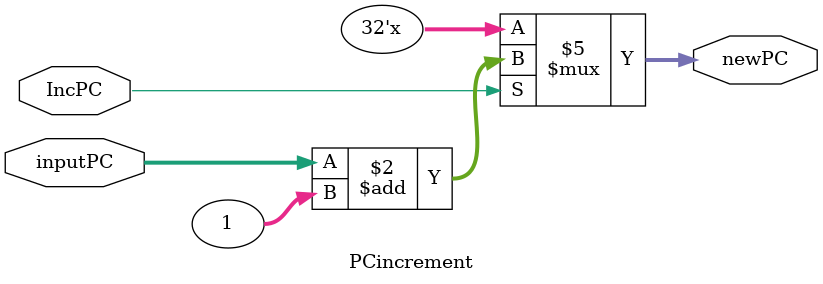
<source format=v>
module PCincrement(
    input IncPC,
    input [31:0] inputPC,
    output reg[31:0] newPC
);

initial newPC = 0;

always@(IncPC)begin
   if (IncPC)
     newPC = inputPC + 1;
end
endmodule

</source>
